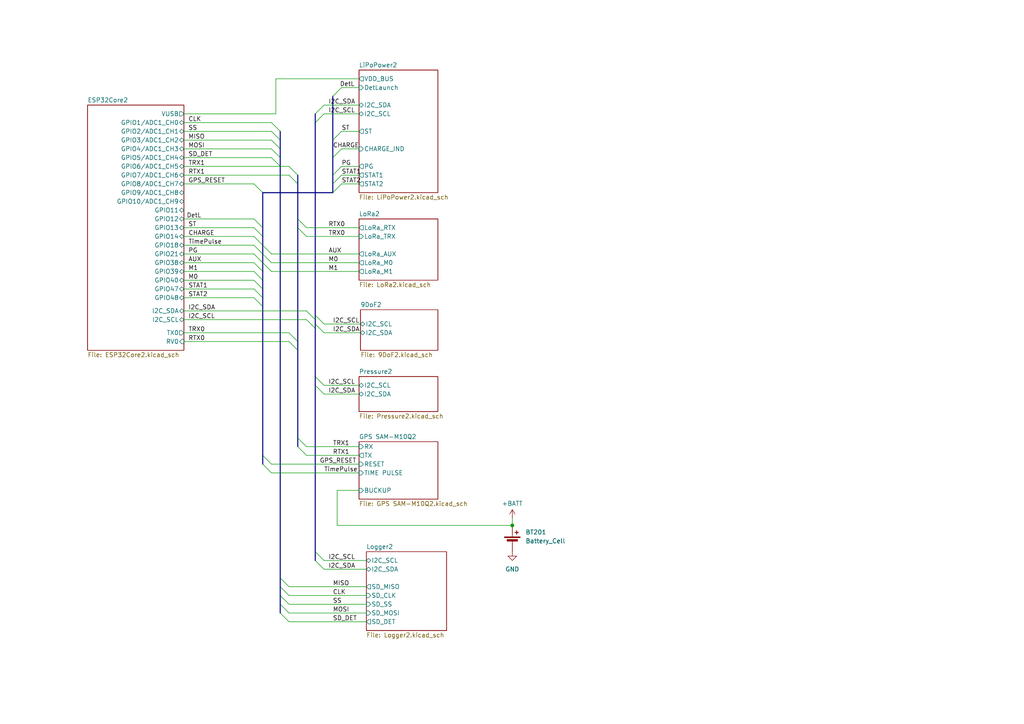
<source format=kicad_sch>
(kicad_sch (version 20231120) (generator "eeschema") (generator_version "8.0")
  (paper "A4")
  (lib_symbols
    (symbol "Device:Battery_Cell" (pin_numbers hide) (pin_names (offset 0) hide)
      (property "Reference" "BT" (at 2.54 2.54 0))
      (property "Value" "Battery_Cell" (at 2.54 0 0))
      (symbol "Battery_Cell_0_1"
        (rectangle (start -2.286 1.778) (end 2.286 1.524) (fill (type outline)))
        (rectangle (start -1.524 1.016) (end 1.524 0.508) (fill (type outline)))
        (polyline (pts (xy 0 0.762) (xy 0 0)))
        (polyline (pts (xy 0 1.778) (xy 0 2.54)))
        (polyline (pts (xy 0.762 3.048) (xy 1.778 3.048)) (stroke (width 0.254)))
        (polyline (pts (xy 1.27 3.556) (xy 1.27 2.54)) (stroke (width 0.254)))
      )
      (symbol "Battery_Cell_1_1"
        (pin passive line (at 0 5.08 270) (length 2.54) (name "+") (number "1"))
        (pin passive line (at 0 -2.54 90) (length 2.54) (name "-") (number "2"))
      )
    )
    (symbol "power:+BATT" (power) (pin_numbers hide) (pin_names (offset 0) hide)
      (property "Value" "+BATT" (at 0 3.556 0))
      (symbol "+BATT_0_1"
        (polyline (pts (xy -0.762 1.27) (xy 0 2.54)))
        (polyline (pts (xy 0 0) (xy 0 2.54)))
        (polyline (pts (xy 0 2.54) (xy 0.762 1.27)))
      )
      (symbol "+BATT_1_1"
        (pin power_in line (at 0 0 90) (length 0) (name "~") (number "1"))
      )
    )
    (symbol "power:GND" (power) (pin_numbers hide) (pin_names (offset 0) hide)
      (property "Value" "GND" (at 0 -3.81 0))
      (symbol "GND_0_1"
        (polyline (pts (xy 0 0) (xy 0 -1.27) (xy 1.27 -1.27) (xy 0 -2.54) (xy -1.27 -1.27) (xy 0 -1.27)))
      )
      (symbol "GND_1_1"
        (pin power_in line (at 0 0 270) (length 0) (name "~") (number "1"))
      )
    )
  )
  (junction (at 148.59 152.4))
  (bus_entry (at 73.66 63.5) (size 2.54 2.54))
  (bus_entry (at 91.44 35.56) (size 2.54 -2.54))
  (bus_entry (at 73.66 81.28) (size 2.54 2.54))
  (bus_entry (at 73.66 86.36) (size 2.54 2.54))
  (bus_entry (at 88.9 68.58) (size -2.54 -2.54))
  (bus_entry (at 83.82 96.52) (size 2.54 2.54))
  (bus_entry (at 83.82 175.26) (size -2.54 -2.54))
  (bus_entry (at 78.74 40.64) (size 2.54 2.54))
  (bus_entry (at 78.74 35.56) (size 2.54 2.54))
  (bus_entry (at 88.9 132.08) (size -2.54 -2.54))
  (bus_entry (at 83.82 50.8) (size 2.54 2.54))
  (bus_entry (at 91.44 93.98) (size 2.54 2.54))
  (bus_entry (at 96.52 55.88) (size 2.54 -2.54))
  (bus_entry (at 96.52 27.94) (size 2.54 -2.54))
  (bus_entry (at 83.82 172.72) (size -2.54 -2.54))
  (bus_entry (at 88.9 66.04) (size -2.54 -2.54))
  (bus_entry (at 78.74 73.66) (size -2.54 -2.54))
  (bus_entry (at 83.82 177.8) (size -2.54 -2.54))
  (bus_entry (at 91.44 111.76) (size 2.54 2.54))
  (bus_entry (at 73.66 76.2) (size 2.54 2.54))
  (bus_entry (at 73.66 83.82) (size 2.54 2.54))
  (bus_entry (at 73.66 68.58) (size 2.54 2.54))
  (bus_entry (at 91.44 33.02) (size 2.54 -2.54))
  (bus_entry (at 73.66 71.12) (size 2.54 2.54))
  (bus_entry (at 83.82 99.06) (size 2.54 2.54))
  (bus_entry (at 88.9 90.17) (size 2.54 2.54))
  (bus_entry (at 88.9 92.71) (size 2.54 2.54))
  (bus_entry (at 96.52 53.34) (size 2.54 -2.54))
  (bus_entry (at 91.44 109.22) (size 2.54 2.54))
  (bus_entry (at 96.52 40.64) (size 2.54 -2.54))
  (bus_entry (at 78.74 43.18) (size 2.54 2.54))
  (bus_entry (at 73.66 53.34) (size 2.54 2.54))
  (bus_entry (at 73.66 73.66) (size 2.54 2.54))
  (bus_entry (at 91.44 162.56) (size 2.54 2.54))
  (bus_entry (at 83.82 170.18) (size -2.54 -2.54))
  (bus_entry (at 83.82 48.26) (size 2.54 2.54))
  (bus_entry (at 78.74 137.16) (size -2.54 -2.54))
  (bus_entry (at 78.74 76.2) (size -2.54 -2.54))
  (bus_entry (at 73.66 78.74) (size 2.54 2.54))
  (bus_entry (at 78.74 134.62) (size -2.54 -2.54))
  (bus_entry (at 96.52 50.8) (size 2.54 -2.54))
  (bus_entry (at 73.66 66.04) (size 2.54 2.54))
  (bus_entry (at 88.9 129.54) (size -2.54 -2.54))
  (bus_entry (at 91.44 91.44) (size 2.54 2.54))
  (bus_entry (at 78.74 38.1) (size 2.54 2.54))
  (bus_entry (at 78.74 45.72) (size 2.54 2.54))
  (bus_entry (at 91.44 160.02) (size 2.54 2.54))
  (bus_entry (at 83.82 180.34) (size -2.54 -2.54))
  (bus_entry (at 78.74 78.74) (size -2.54 -2.54))
  (bus_entry (at 96.52 45.72) (size 2.54 -2.54))
  (wire (pts (xy 88.9 66.04) (xy 104.14 66.04)))
  (wire (pts (xy 53.34 33.02) (xy 80.01 33.02)))
  (wire (pts (xy 83.82 177.8) (xy 106.258 177.8)))
  (wire (pts (xy 81.28 48.26) (xy 83.82 48.26)))
  (bus (pts (xy 76.2 73.66) (xy 76.2 76.2)))
  (wire (pts (xy 53.34 78.74) (xy 73.66 78.74)))
  (wire (pts (xy 53.34 83.82) (xy 73.66 83.82)))
  (bus (pts (xy 76.2 55.88) (xy 76.2 66.04)))
  (wire (pts (xy 97.79 142.24) (xy 97.79 152.4)))
  (wire (pts (xy 93.98 111.76) (xy 104.14 111.76)))
  (wire (pts (xy 99.06 38.1) (xy 104.14 38.1)))
  (wire (pts (xy 53.34 43.18) (xy 78.74 43.18)))
  (wire (pts (xy 93.98 30.48) (xy 104.14 30.48)))
  (wire (pts (xy 53.34 38.1) (xy 78.74 38.1)))
  (bus (pts (xy 91.44 109.22) (xy 91.44 111.76)))
  (bus (pts (xy 81.28 167.64) (xy 81.28 170.18)))
  (bus (pts (xy 86.36 66.04) (xy 86.36 99.06)))
  (wire (pts (xy 53.34 68.58) (xy 73.66 68.58)))
  (wire (pts (xy 53.34 50.8) (xy 83.82 50.8)))
  (bus (pts (xy 91.44 91.44) (xy 91.44 92.71)))
  (wire (pts (xy 53.34 45.72) (xy 78.74 45.72)))
  (wire (pts (xy 83.82 170.18) (xy 106.258 170.18)))
  (wire (pts (xy 83.82 175.26) (xy 106.258 175.26)))
  (wire (pts (xy 53.34 48.26) (xy 81.28 48.26)))
  (wire (pts (xy 80.01 33.02) (xy 80.01 22.86)))
  (wire (pts (xy 93.98 114.3) (xy 104.14 114.3)))
  (wire (pts (xy 53.34 73.66) (xy 73.66 73.66)))
  (bus (pts (xy 76.2 86.36) (xy 76.2 88.9)))
  (wire (pts (xy 53.34 53.34) (xy 73.66 53.34)))
  (bus (pts (xy 81.28 38.1) (xy 81.28 40.64)))
  (wire (pts (xy 88.9 68.58) (xy 104.14 68.58)))
  (wire (pts (xy 53.34 99.06) (xy 83.82 99.06)))
  (wire (pts (xy 78.74 76.2) (xy 104.14 76.2)))
  (wire (pts (xy 104.14 142.24) (xy 97.79 142.24)))
  (bus (pts (xy 76.2 81.28) (xy 76.2 83.82)))
  (bus (pts (xy 86.36 127) (xy 86.36 129.54)))
  (bus (pts (xy 76.2 132.08) (xy 76.2 134.62)))
  (wire (pts (xy 78.74 137.16) (xy 104.14 137.16)))
  (bus (pts (xy 81.28 45.72) (xy 81.28 48.26)))
  (bus (pts (xy 86.36 101.6) (xy 86.36 127)))
  (bus (pts (xy 76.2 83.82) (xy 76.2 86.36)))
  (wire (pts (xy 53.34 81.28) (xy 73.66 81.28)))
  (wire (pts (xy 53.34 96.52) (xy 83.82 96.52)))
  (bus (pts (xy 81.28 40.64) (xy 81.28 43.18)))
  (wire (pts (xy 78.74 134.62) (xy 104.14 134.62)))
  (bus (pts (xy 96.52 45.72) (xy 96.52 50.8)))
  (wire (pts (xy 83.82 180.34) (xy 106.258 180.34)))
  (bus (pts (xy 76.2 88.9) (xy 76.2 132.08)))
  (bus (pts (xy 76.2 68.58) (xy 76.2 71.12)))
  (bus (pts (xy 96.52 50.8) (xy 96.52 53.34)))
  (bus (pts (xy 91.44 95.25) (xy 91.44 109.22)))
  (wire (pts (xy 93.98 162.56) (xy 106.258 162.56)))
  (bus (pts (xy 96.52 27.94) (xy 96.52 40.64)))
  (wire (pts (xy 53.34 86.36) (xy 73.66 86.36)))
  (wire (pts (xy 78.74 78.74) (xy 104.14 78.74)))
  (wire (pts (xy 53.34 76.2) (xy 73.66 76.2)))
  (bus (pts (xy 91.44 111.76) (xy 91.44 160.02)))
  (wire (pts (xy 99.06 43.18) (xy 104.14 43.18)))
  (wire (pts (xy 93.98 96.52) (xy 104.553 96.52)))
  (bus (pts (xy 96.52 40.64) (xy 96.52 45.72)))
  (wire (pts (xy 53.34 35.56) (xy 78.74 35.56)))
  (wire (pts (xy 97.79 152.4) (xy 148.59 152.4)))
  (bus (pts (xy 81.28 43.18) (xy 81.28 45.72)))
  (bus (pts (xy 86.36 50.8) (xy 86.36 53.34)))
  (wire (pts (xy 99.06 25.4) (xy 104.14 25.4)))
  (wire (pts (xy 53.34 92.71) (xy 88.9 92.71)))
  (wire (pts (xy 83.82 172.72) (xy 106.258 172.72)))
  (bus (pts (xy 76.2 78.74) (xy 76.2 81.28)))
  (bus (pts (xy 91.44 93.98) (xy 91.44 95.25)))
  (wire (pts (xy 99.06 50.8) (xy 104.14 50.8)))
  (wire (pts (xy 80.01 22.86) (xy 104.14 22.86)))
  (wire (pts (xy 78.74 73.66) (xy 104.14 73.66)))
  (bus (pts (xy 76.2 55.88) (xy 96.52 55.88)))
  (bus (pts (xy 91.44 160.02) (xy 91.44 162.56)))
  (wire (pts (xy 88.9 129.54) (xy 104.14 129.54)))
  (wire (pts (xy 53.34 66.04) (xy 73.66 66.04)))
  (bus (pts (xy 91.44 92.71) (xy 91.44 93.98)))
  (wire (pts (xy 148.59 150.368) (xy 148.59 152.4)))
  (bus (pts (xy 91.44 35.56) (xy 91.44 91.44)))
  (wire (pts (xy 53.34 71.12) (xy 73.66 71.12)))
  (bus (pts (xy 91.44 33.02) (xy 91.44 35.56)))
  (wire (pts (xy 93.98 33.02) (xy 104.14 33.02)))
  (bus (pts (xy 96.52 53.34) (xy 96.52 55.88)))
  (wire (pts (xy 99.06 53.34) (xy 104.14 53.34)))
  (bus (pts (xy 76.2 71.12) (xy 76.2 73.66)))
  (wire (pts (xy 93.98 165.1) (xy 106.258 165.1)))
  (bus (pts (xy 81.28 48.26) (xy 81.28 167.64)))
  (wire (pts (xy 53.34 40.64) (xy 78.74 40.64)))
  (bus (pts (xy 81.28 175.26) (xy 81.28 177.8)))
  (bus (pts (xy 81.28 172.72) (xy 81.28 175.26)))
  (wire (pts (xy 53.34 63.5) (xy 73.66 63.5)))
  (wire (pts (xy 93.98 93.98) (xy 104.553 93.98)))
  (wire (pts (xy 53.34 90.17) (xy 88.9 90.17)))
  (bus (pts (xy 76.2 66.04) (xy 76.2 68.58)))
  (bus (pts (xy 86.36 53.34) (xy 86.36 63.5)))
  (bus (pts (xy 86.36 99.06) (xy 86.36 101.6)))
  (wire (pts (xy 88.9 132.08) (xy 104.14 132.08)))
  (bus (pts (xy 81.28 170.18) (xy 81.28 172.72)))
  (wire (pts (xy 99.06 48.26) (xy 104.14 48.26)))
  (bus (pts (xy 76.2 76.2) (xy 76.2 78.74)))
  (bus (pts (xy 86.36 63.5) (xy 86.36 66.04)))
  (label "ST" (at 99.06 38.1 0))
  (label "CLK" (at 54.61 35.56 0))
  (label "ST" (at 54.61 66.04 0))
  (label "RTX1" (at 96.52 132.08 0))
  (label "TRX0" (at 54.61 96.52 0))
  (label "I2C_SCL" (at 54.61 92.71 0))
  (label "I2C_SCL" (at 96.52 93.98 0))
  (label "RTX1" (at 54.61 50.8 0))
  (label "PG" (at 54.61 73.66 0))
  (label "MOSI" (at 54.61 43.18 0))
  (label "TimePulse" (at 93.98 137.16 0))
  (label "I2C_SDA" (at 96.52 96.52 0))
  (label "DetL" (at 102.87 25.4 180))
  (label "AUX" (at 54.61 76.2 0))
  (label "M1" (at 54.61 78.74 0))
  (label "TRX0" (at 95.25 68.58 0))
  (label "I2C_SDA" (at 95.25 165.1 0))
  (label "M0" (at 54.61 81.28 0))
  (label "TRX1" (at 96.52 129.54 0))
  (label "I2C_SDA" (at 95.25 30.48 0))
  (label "MOSI" (at 96.52 177.8 0))
  (label "CLK" (at 96.52 172.72 0))
  (label "I2C_SCL" (at 95.25 33.02 0))
  (label "CHARGE" (at 104.14 43.18 180))
  (label "TimePulse" (at 54.61 71.12 0))
  (label "SD_DET" (at 54.61 45.72 0))
  (label "M0" (at 95.25 76.2 0))
  (label "I2C_SDA" (at 95.25 114.3 0))
  (label "STAT2" (at 54.61 86.36 0))
  (label "RTX0" (at 95.25 66.04 0))
  (label "CHARGE" (at 62.23 68.58 180))
  (label "DetL" (at 58.42 63.5 180))
  (label "AUX" (at 95.25 73.66 0))
  (label "TRX1" (at 54.61 48.26 0))
  (label "SD_DET" (at 96.52 180.34 0))
  (label "STAT2" (at 99.06 53.34 0))
  (label "GPS_RESET" (at 54.61 53.34 0))
  (label "I2C_SDA" (at 54.61 90.17 0))
  (label "PG" (at 99.06 48.26 0))
  (label "SS" (at 96.52 175.26 0))
  (label "MISO" (at 96.52 170.18 0))
  (label "MISO" (at 54.61 40.64 0))
  (label "M1" (at 95.25 78.74 0))
  (label "I2C_SCL" (at 95.25 111.76 0))
  (label "GPS_RESET" (at 92.71 134.62 0))
  (label "RTX0" (at 54.61 99.06 0))
  (label "STAT1" (at 99.06 50.8 0))
  (label "STAT1" (at 54.61 83.82 0))
  (label "I2C_SCL" (at 95.25 162.56 0))
  (label "SS" (at 54.61 38.1 0))
  (symbol (lib_id "power:GND") (at 148.59 160.02 0) (unit 1)
    (property "Reference" "#PWR0203" (effects (hide yes)))
    (property "Value" "GND" (at 148.59 165.1 0))
    (property "Description" "Power symbol creates a global label with name \"GND\" , ground" (effects (hide yes)))
  )
  (symbol (lib_id "Device:Battery_Cell") (at 148.59 157.48 0) (unit 1)
    (property "Reference" "BT201" (at 152.4 154.3684 0) (effects (justify left)))
    (property "Value" "Battery_Cell" (at 152.4 156.9084 0) (effects (justify left)))
    (property "Footprint" "WOBCLibrary:cr1220" (effects (hide yes)))
    (property "Description" "Single-cell battery" (effects (hide yes)))
  )
  (symbol (lib_id "power:+BATT") (at 148.59 150.368 0) (unit 1)
    (property "Reference" "#PWR0202" (effects (hide yes)))
    (property "Value" "+BATT" (at 148.59 146.05 0))
    (property "Description" "Power symbol creates a global label with name \"+BATT\"" (effects (hide yes)))
  )
  (sheet (at 104.14 109.22) (size 22.86 10.16) (stroke (width 0.1524))
    (property "Sheetname" "Pressure2" (at 104.14 108.5084 0) (effects (justify left bottom)))
    (property "Sheetfile" "Pressure2.kicad_sch" (at 104.14 119.9646 0) (effects (justify left top)))
    (pin "I2C_SCL" bidirectional (at 104.14 111.76 180))
    (pin "I2C_SDA" bidirectional (at 104.14 114.3 180))
  )
  (sheet (at 104.14 63.5) (size 22.86 17.78) (stroke (width 0.1524))
    (property "Sheetname" "LoRa2" (at 104.14 62.7884 0) (effects (justify left bottom)))
    (property "Sheetfile" "LoRa2.kicad_sch" (at 104.14 81.8646 0) (effects (justify left top)))
    (pin "LoRa_RTX" output (at 104.14 66.04 180))
    (pin "LoRa_M0" output (at 104.14 76.2 180))
    (pin "LoRa_AUX" output (at 104.14 73.66 180))
    (pin "LoRa_TRX" input (at 104.14 68.58 180))
    (pin "LoRa_M1" output (at 104.14 78.74 180))
  )
  (sheet (at 104.14 128.123) (size 22.86 16.657) (stroke (width 0.1524))
    (property "Sheetname" "GPS SAM-M10Q2" (at 104.14 127.4114 0) (effects (justify left bottom)))
    (property "Sheetfile" "GPS SAM-M10Q2.kicad_sch" (at 104.14 145.3646 0) (effects (justify left top)))
    (pin "TIME PULSE" input (at 104.14 137.16 180))
    (pin "RESET" input (at 104.14 134.62 180))
    (pin "TX" output (at 104.14 132.08 180))
    (pin "RX" input (at 104.14 129.54 180))
    (pin "BUCKUP" input (at 104.14 142.24 180))
  )
  (sheet (at 104.14 20.32) (size 22.86 35.56) (stroke (width 0.1524))
    (property "Sheetname" "LiPoPower2" (at 104.14 19.6084 0) (effects (justify left bottom)))
    (property "Sheetfile" "LiPoPower2.kicad_sch" (at 104.14 56.4646 0) (effects (justify left top)))
    (pin "VDD_BUS" output (at 104.14 22.86 180))
    (pin "I2C_SCL" bidirectional (at 104.14 33.02 180))
    (pin "I2C_SDA" bidirectional (at 104.14 30.48 180))
    (pin "ST" output (at 104.14 38.1 180))
    (pin "DetLaunch" input (at 104.14 25.4 180))
    (pin "CHARGE_IND" input (at 104.14 43.18 180))
    (pin "PG" output (at 104.14 48.26 180))
    (pin "STAT2" output (at 104.14 53.34 180))
    (pin "STAT1" output (at 104.14 50.8 180))
  )
  (sheet (at 25.4 30.48) (size 27.94 71.12) (stroke (width 0.1524))
    (property "Sheetname" "ESP32Core2" (at 25.4 29.7684 0) (effects (justify left bottom)))
    (property "Sheetfile" "ESP32Core2.kicad_sch" (at 25.4 102.1846 0) (effects (justify left top)))
    (pin "I2C_SCL" bidirectional (at 53.34 92.71 0))
    (pin "GPIO40" bidirectional (at 53.34 81.28 0))
    (pin "GPIO39" bidirectional (at 53.34 78.74 0))
    (pin "VUSB" output (at 53.34 33.02 0))
    (pin "GPIO21" bidirectional (at 53.34 73.66 0))
    (pin "GPIO38" bidirectional (at 53.34 76.2 0))
    (pin "GPIO18" bidirectional (at 53.34 71.12 0))
    (pin "GPIO48" bidirectional (at 53.34 86.36 0))
    (pin "GPIO47" bidirectional (at 53.34 83.82 0))
    (pin "GPIO13" bidirectional (at 53.34 66.04 0))
    (pin "GPIO12" bidirectional (at 53.34 63.5 0))
    (pin "GPIO14" bidirectional (at 53.34 68.58 0))
    (pin "GPIO4{slash}ADC1_CH3" bidirectional (at 53.34 43.18 0))
    (pin "GPIO3{slash}ADC1_CH2" bidirectional (at 53.34 40.64 0))
    (pin "GPIO5{slash}ADC1_CH4" bidirectional (at 53.34 45.72 0))
    (pin "GPIO1{slash}ADC1_CH0" bidirectional (at 53.34 35.56 0))
    (pin "GPIO2{slash}ADC1_CH1" bidirectional (at 53.34 38.1 0))
    (pin "I2C_SDA" bidirectional (at 53.34 90.17 0))
    (pin "GPIO10{slash}ADC1_CH9" bidirectional (at 53.34 58.42 0))
    (pin "GPIO8{slash}ADC1_CH7" bidirectional (at 53.34 53.34 0))
    (pin "GPIO7{slash}ADC1_CH6" bidirectional (at 53.34 50.8 0))
    (pin "GPIO11" bidirectional (at 53.34 60.96 0))
    (pin "GPIO9{slash}ADC1_CH8" bidirectional (at 53.34 55.88 0))
    (pin "GPIO6{slash}ADC1_CH5" bidirectional (at 53.34 48.26 0))
    (pin "TX0" output (at 53.34 96.52 0))
    (pin "RV0" input (at 53.34 99.06 0))
  )
  (sheet (at 106.258 160.02) (size 23.282 22.86) (stroke (width 0.1524))
    (property "Sheetname" "Logger2" (at 106.258 159.3084 0) (effects (justify left bottom)))
    (property "Sheetfile" "Logger2.kicad_sch" (at 106.258 183.4646 0) (effects (justify left top)))
    (pin "SD_DET" output (at 106.258 180.34 180))
    (pin "I2C_SCL" bidirectional (at 106.258 162.56 180))
    (pin "I2C_SDA" bidirectional (at 106.258 165.1 180))
    (pin "SD_MISO" output (at 106.258 170.18 180))
    (pin "SD_CLK" input (at 106.258 172.72 180))
    (pin "SD_SS" input (at 106.258 175.26 180))
    (pin "SD_MOSI" input (at 106.258 177.8 180))
  )
  (sheet (at 104.553 89.84) (size 22.447 11.76) (stroke (width 0.1524))
    (property "Sheetname" "9DoF2" (at 104.553 89.1284 0) (effects (justify left bottom)))
    (property "Sheetfile" "9DoF2.kicad_sch" (at 104.553 102.1846 0) (effects (justify left top)))
    (pin "I2C_SCL" bidirectional (at 104.553 93.98 180))
    (pin "I2C_SDA" bidirectional (at 104.553 96.52 180))
  )
)
</source>
